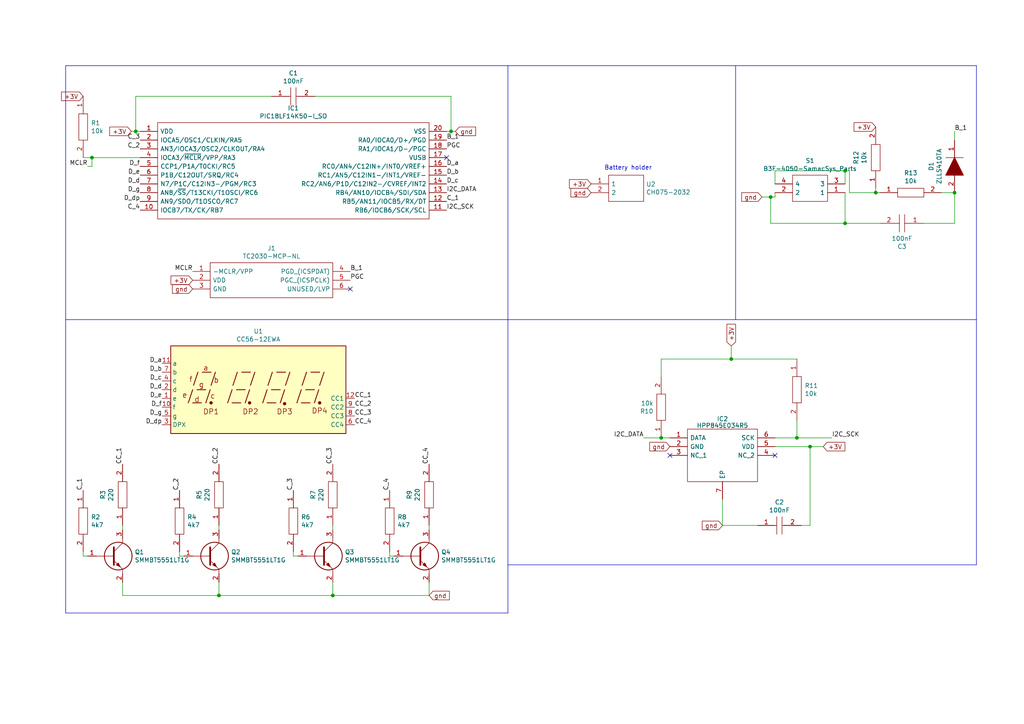
<source format=kicad_sch>
(kicad_sch (version 20230121) (generator eeschema)
  (paper "A4")
  (title_block (title "RHT Device") (date "2021-11-04") (rev "v0.1") (company "Making Devices") (comment 1 "https://makingdevices.com"))
  (lib_symbols
    (symbol "BytesCounter-rescue:PIC18LF14K50-I_SO-SamacSys_Parts" (pin_names (offset 0.762))
      (property "Reference" "IC" (at 85.09 7.62 0))
      (property "Value" "PIC18LF14K50-I_SO-SamacSys_Parts" (at 85.09 5.08 0))
      (symbol "PIC18LF14K50-I_SO-SamacSys_Parts_0_0"
        (pin passive line (at 0 0 0) (length 5.08) (name "VDD") (number "1"))
        (pin passive line (at 0 -22.86 0) (length 5.08) (name "IOCB7/TX/CK/RB7") (number "10"))
        (pin passive line (at 88.9 -22.86 180) (length 5.08) (name "RB6/IOCB6/SCK/SCL") (number "11"))
        (pin passive line (at 88.9 -20.32 180) (length 5.08) (name "RB5/AN11/IOCB5/RX/DT") (number "12"))
        (pin passive line (at 88.9 -17.78 180) (length 5.08) (name "RB4/AN10/IOCB4/SDI/SDA") (number "13"))
        (pin passive line (at 88.9 -15.24 180) (length 5.08) (name "RC2/AN6/P1D/C12IN2-/CVREF/INT2") (number "14"))
        (pin passive line (at 88.9 -12.7 180) (length 5.08) (name "RC1/AN5/C12IN1-/INT1/VREF-") (number "15"))
        (pin passive line (at 88.9 -10.16 180) (length 5.08) (name "RC0/AN4/C12IN+/INT0/VREF+") (number "16"))
        (pin passive line (at 88.9 -7.62 180) (length 5.08) (name "VUSB") (number "17"))
        (pin passive line (at 88.9 -5.08 180) (length 5.08) (name "RA1/IOCA1/D-/PGC") (number "18"))
        (pin passive line (at 88.9 -2.54 180) (length 5.08) (name "RA0/IOCA0/D+/PGD") (number "19"))
        (pin passive line (at 0 -2.54 0) (length 5.08) (name "IOCA5/OSC1/CLKIN/RA5") (number "2"))
        (pin passive line (at 88.9 0 180) (length 5.08) (name "VSS") (number "20"))
        (pin passive line (at 0 -5.08 0) (length 5.08) (name "AN3/IOCA3/OSC2/CLKOUT/RA4") (number "3"))
        (pin passive line (at 0 -7.62 0) (length 5.08) (name "IOCA3/~{MCLR}/VPP/RA3") (number "4"))
        (pin passive line (at 0 -10.16 0) (length 5.08) (name "CCP1/P1A/T0CKI/RC5") (number "5"))
        (pin passive line (at 0 -12.7 0) (length 5.08) (name "P1B/C12OUT/SRQ/RC4") (number "6"))
        (pin passive line (at 0 -15.24 0) (length 5.08) (name "N7/P1C/C12IN3-/PGM/RC3") (number "7"))
        (pin passive line (at 0 -17.78 0) (length 5.08) (name "AN8/~{SS}/T13CKI/T1OSCI/RC6") (number "8"))
        (pin passive line (at 0 -20.32 0) (length 5.08) (name "AN9/SDO/T1OSCO/RC7") (number "9"))
      )
      (symbol "PIC18LF14K50-I_SO-SamacSys_Parts_0_1"
        (polyline (pts (xy 5.08 2.54) (xy 83.82 2.54) (xy 83.82 -25.4) (xy 5.08 -25.4) (xy 5.08 2.54)) (stroke (width 0.1524)))
      )
    )
    (symbol "Display_Character:CC56-12EWA"
      (property "Reference" "U" (at -24.13 13.97 0))
      (property "Value" "CC56-12EWA" (at 19.05 13.97 0))
      (symbol "CC56-12EWA_0_0"
        (rectangle (start -25.4 12.7) (end 25.4 -12.7) (stroke (width 0.254)) (fill (type background)))
        (polyline (pts (xy -20.32 -3.81) (xy -19.05 0)) (stroke (width 0.254)))
        (polyline (pts (xy -19.05 -3.81) (xy -16.51 -3.81)) (stroke (width 0.254)))
        (polyline (pts (xy -18.796 1.27) (xy -17.526 5.08)) (stroke (width 0.254)))
        (polyline (pts (xy -17.78 0) (xy -15.24 0)) (stroke (width 0.254)))
        (polyline (pts (xy -16.256 5.08) (xy -13.716 5.08)) (stroke (width 0.254)))
        (polyline (pts (xy -15.24 -3.81) (xy -13.97 0)) (stroke (width 0.254)))
        (polyline (pts (xy -13.716 1.27) (xy -12.446 5.08)) (stroke (width 0.254)))
        (polyline (pts (xy -8.89 -3.81) (xy -7.62 0)) (stroke (width 0.254)))
        (polyline (pts (xy -7.62 -3.81) (xy -5.08 -3.81)) (stroke (width 0.254)))
        (polyline (pts (xy -7.366 1.27) (xy -6.096 5.08)) (stroke (width 0.254)))
        (polyline (pts (xy -6.35 0) (xy -3.81 0)) (stroke (width 0.254)))
        (polyline (pts (xy -4.826 5.08) (xy -2.286 5.08)) (stroke (width 0.254)))
        (polyline (pts (xy -3.81 -3.81) (xy -2.54 0)) (stroke (width 0.254)))
        (polyline (pts (xy -2.286 1.27) (xy -1.016 5.08)) (stroke (width 0.254)))
        (polyline (pts (xy 1.27 -3.81) (xy 2.54 0)) (stroke (width 0.254)))
        (polyline (pts (xy 2.54 -3.81) (xy 5.08 -3.81)) (stroke (width 0.254)))
        (polyline (pts (xy 2.794 1.27) (xy 4.064 5.08)) (stroke (width 0.254)))
        (polyline (pts (xy 3.81 0) (xy 6.35 0)) (stroke (width 0.254)))
        (polyline (pts (xy 5.334 5.08) (xy 7.874 5.08)) (stroke (width 0.254)))
        (polyline (pts (xy 6.35 -3.81) (xy 7.62 0)) (stroke (width 0.254)))
        (polyline (pts (xy 7.874 1.27) (xy 9.144 5.08)) (stroke (width 0.254)))
        (polyline (pts (xy 11.176 -3.81) (xy 12.446 0)) (stroke (width 0.254)))
        (polyline (pts (xy 12.446 -3.81) (xy 14.986 -3.81)) (stroke (width 0.254)))
        (polyline (pts (xy 12.7 1.27) (xy 13.97 5.08)) (stroke (width 0.254)))
        (polyline (pts (xy 13.716 0) (xy 16.256 0)) (stroke (width 0.254)))
        (polyline (pts (xy 15.24 5.08) (xy 17.78 5.08)) (stroke (width 0.254)))
        (polyline (pts (xy 16.256 -3.81) (xy 17.526 0)) (stroke (width 0.254)))
        (polyline (pts (xy 17.78 1.27) (xy 19.05 5.08)) (stroke (width 0.254)))
        (text "a" (at -15.24 6.35 0) (effects (font (size 1.524 1.524))))
        (text "b" (at -12.192 2.794 0) (effects (font (size 1.524 1.524))))
        (text "c" (at -13.208 -1.778 0) (effects (font (size 1.524 1.524))))
        (text "d" (at -17.78 -2.794 0) (effects (font (size 1.524 1.524))))
        (text "DP1" (at -13.716 -6.35 0) (effects (font (size 1.524 1.524))))
        (text "DP2" (at -2.286 -6.35 0) (effects (font (size 1.524 1.524))))
        (text "DP3" (at 7.62 -6.35 0) (effects (font (size 1.524 1.524))))
        (text "DP4" (at 17.78 -6.096 0) (effects (font (size 1.524 1.524))))
        (text "e" (at -21.336 -1.524 0) (effects (font (size 1.524 1.524))))
        (text "f" (at -19.558 3.048 0) (effects (font (size 1.524 1.524))))
        (text "g" (at -16.51 1.524 0) (effects (font (size 1.524 1.524))))
      )
      (symbol "CC56-12EWA_0_1"
        (circle (center -13.716 -3.81) (radius 0.3556) (stroke (width 0.254)) (fill (type outline)))
        (circle (center -2.54 -3.81) (radius 0.3556) (stroke (width 0.254)) (fill (type outline)))
      )
      (symbol "CC56-12EWA_1_0"
        (circle (center 7.62 -4.064) (radius 0.3556) (stroke (width 0.254)) (fill (type outline)))
        (circle (center 17.78 -3.81) (radius 0.3556) (stroke (width 0.254)) (fill (type outline)))
      )
      (symbol "CC56-12EWA_1_1"
        (pin input line (at -27.94 -2.54 0) (length 2.54) (name "e") (number "1"))
        (pin input line (at -27.94 -5.08 0) (length 2.54) (name "f") (number "10"))
        (pin input line (at -27.94 7.62 0) (length 2.54) (name "a") (number "11"))
        (pin input line (at 27.94 -2.54 180) (length 2.54) (name "CC1") (number "12"))
        (pin input line (at -27.94 0 0) (length 2.54) (name "d") (number "2"))
        (pin input line (at -27.94 -10.16 0) (length 2.54) (name "DPX") (number "3"))
        (pin input line (at -27.94 2.54 0) (length 2.54) (name "c") (number "4"))
        (pin input line (at -27.94 -7.62 0) (length 2.54) (name "g") (number "5"))
        (pin input line (at 27.94 -10.16 180) (length 2.54) (name "CC4") (number "6"))
        (pin input line (at -27.94 5.08 0) (length 2.54) (name "b") (number "7"))
        (pin input line (at 27.94 -7.62 180) (length 2.54) (name "CC3") (number "8"))
        (pin input line (at 27.94 -5.08 180) (length 2.54) (name "CC2") (number "9"))
      )
    )
    (symbol "Library_Loader:B3F-4050" (pin_names (offset 0.762))
      (property "Reference" "S" (at 16.51 7.62 0))
      (property "Value" "B3F-4050" (at 16.51 5.08 0))
      (symbol "B3F-4050_0_0"
        (pin passive line (at 20.32 -2.54 180) (length 5.08) (name "1") (number "1"))
        (pin passive line (at 0 -2.54 0) (length 5.08) (name "2") (number "2"))
        (pin passive line (at 20.32 0 180) (length 5.08) (name "3") (number "3"))
        (pin passive line (at 0 0 0) (length 5.08) (name "4") (number "4"))
      )
      (symbol "B3F-4050_0_1"
        (polyline (pts (xy 5.08 2.54) (xy 15.24 2.54) (xy 15.24 -5.08) (xy 5.08 -5.08) (xy 5.08 2.54)) (stroke (width 0.1524)))
      )
    )
    (symbol "Library_Loader:C0805C475M8RACTU" (pin_names (offset 0.762))
      (property "Reference" "C" (at 8.89 6.35 0))
      (property "Value" "C0805C475M8RACTU" (at 8.89 3.81 0))
      (symbol "C0805C475M8RACTU_0_0"
        (pin passive line (at 0 0 0) (length 5.08) (name "~") (number "1"))
        (pin passive line (at 12.7 0 180) (length 5.08) (name "~") (number "2"))
      )
      (symbol "C0805C475M8RACTU_0_1"
        (polyline (pts (xy 5.08 0) (xy 5.588 0)) (stroke (width 0.1524)))
        (polyline (pts (xy 5.588 2.54) (xy 5.588 -2.54)) (stroke (width 0.1524)))
        (polyline (pts (xy 7.112 0) (xy 7.62 0)) (stroke (width 0.1524)))
        (polyline (pts (xy 7.112 2.54) (xy 7.112 -2.54)) (stroke (width 0.1524)))
      )
    )
    (symbol "Library_Loader:CH075-2032" (pin_names (offset 0.762))
      (property "Reference" "U" (at 16.51 7.62 0))
      (property "Value" "CH075-2032" (at 16.51 5.08 0))
      (symbol "CH075-2032_0_0"
        (pin passive line (at 0 0 0) (length 5.08) (name "1") (number "1"))
        (pin passive line (at 0 -2.54 0) (length 5.08) (name "2") (number "2"))
      )
      (symbol "CH075-2032_0_1"
        (polyline (pts (xy 5.08 2.54) (xy 15.24 2.54) (xy 15.24 -5.08) (xy 5.08 -5.08) (xy 5.08 2.54)) (stroke (width 0.1524)))
      )
    )
    (symbol "Library_Loader:ERJP6WF1303V" (pin_names (offset 0.762))
      (property "Reference" "R" (at 13.97 6.35 0))
      (property "Value" "ERJP6WF1303V" (at 13.97 3.81 0))
      (symbol "ERJP6WF1303V_0_0"
        (pin passive line (at 0 0 0) (length 5.08) (name "~") (number "1"))
        (pin passive line (at 17.78 0 180) (length 5.08) (name "~") (number "2"))
      )
      (symbol "ERJP6WF1303V_0_1"
        (polyline (pts (xy 5.08 1.27) (xy 12.7 1.27) (xy 12.7 -1.27) (xy 5.08 -1.27) (xy 5.08 1.27)) (stroke (width 0.1524)))
      )
    )
    (symbol "Library_Loader:SMMBT5551LT1G" (pin_names (offset 0.762))
      (property "Reference" "Q" (at 13.97 1.27 0))
      (property "Value" "SMMBT5551LT1G" (at 13.97 -1.27 0))
      (symbol "SMMBT5551LT1G_0_0"
        (pin passive line (at 0 0 0) (length 2.54) (name "~") (number "1"))
        (pin passive line (at 10.16 -7.62 90) (length 2.54) (name "~") (number "2"))
        (pin passive line (at 10.16 7.62 270) (length 2.54) (name "~") (number "3"))
      )
      (symbol "SMMBT5551LT1G_0_1"
        (polyline (pts (xy 2.54 0) (xy 7.62 0)) (stroke (width 0.1524)))
        (polyline (pts (xy 7.62 -1.27) (xy 10.16 -3.81)) (stroke (width 0.1524)))
        (polyline (pts (xy 7.62 1.27) (xy 10.16 3.81)) (stroke (width 0.1524)))
        (polyline (pts (xy 7.62 2.54) (xy 7.62 -2.54)) (stroke (width 0.508)))
        (polyline (pts (xy 10.16 -3.81) (xy 10.16 -5.08)) (stroke (width 0.1524)))
        (polyline (pts (xy 10.16 3.81) (xy 10.16 5.08)) (stroke (width 0.1524)))
        (polyline (pts (xy 8.382 -2.54) (xy 8.89 -2.032) (xy 9.398 -3.048) (xy 8.382 -2.54)) (stroke (width 0.254)) (fill (type outline)))
        (circle (center 8.89 0) (radius 4.0132) (stroke (width 0.254)))
      )
    )
    (symbol "Library_Loader:TC2030-MCP-NL" (pin_names (offset 0.762))
      (property "Reference" "J" (at 41.91 7.62 0))
      (property "Value" "TC2030-MCP-NL" (at 41.91 5.08 0))
      (symbol "TC2030-MCP-NL_0_0"
        (pin passive line (at 0 0 0) (length 5.08) (name "-MCLR/VPP") (number "1"))
        (pin passive line (at 0 -2.54 0) (length 5.08) (name "VDD") (number "2"))
        (pin passive line (at 0 -5.08 0) (length 5.08) (name "GND") (number "3"))
        (pin passive line (at 45.72 0 180) (length 5.08) (name "PGD_(ICSPDAT)") (number "4"))
        (pin passive line (at 45.72 -2.54 180) (length 5.08) (name "PGC_(ICSPCLK)") (number "5"))
        (pin passive line (at 45.72 -5.08 180) (length 5.08) (name "UNUSED/LVP") (number "6"))
      )
      (symbol "TC2030-MCP-NL_0_1"
        (polyline (pts (xy 5.08 2.54) (xy 40.64 2.54) (xy 40.64 -7.62) (xy 5.08 -7.62) (xy 5.08 2.54)) (stroke (width 0.1524)))
      )
    )
    (symbol "Library_Loader:ZLLS410TA" (pin_names (offset 0.762))
      (property "Reference" "D" (at 11.43 5.08 0))
      (property "Value" "ZLLS410TA" (at 11.43 2.54 0))
      (symbol "ZLLS410TA_0_0"
        (pin passive line (at 0 0 0) (length 5.08) (name "~") (number "1"))
        (pin passive line (at 15.24 0 180) (length 5.08) (name "~") (number "2"))
      )
      (symbol "ZLLS410TA_0_1"
        (polyline (pts (xy 5.08 2.54) (xy 5.08 -2.54)) (stroke (width 0.1524)))
        (polyline (pts (xy 5.08 0) (xy 10.16 2.54) (xy 10.16 -2.54) (xy 5.08 0)) (stroke (width 0.254)) (fill (type outline)))
      )
    )
    (symbol "SamacSys_Parts:HPP845E034R5" (pin_names (offset 0.762))
      (property "Reference" "IC" (at 26.67 7.62 0))
      (property "Value" "HPP845E034R5" (at 26.67 5.08 0))
      (symbol "HPP845E034R5_0_0"
        (pin passive line (at 0 0 0) (length 5.08) (name "DATA") (number "1"))
        (pin passive line (at 0 -2.54 0) (length 5.08) (name "GND") (number "2"))
        (pin passive line (at 0 -5.08 0) (length 5.08) (name "NC_1") (number "3"))
        (pin passive line (at 30.48 -5.08 180) (length 5.08) (name "NC_2") (number "4"))
        (pin passive line (at 30.48 -2.54 180) (length 5.08) (name "VDD") (number "5"))
        (pin passive line (at 30.48 0 180) (length 5.08) (name "SCK") (number "6"))
        (pin passive line (at 15.24 -17.78 90) (length 5.08) (name "EP") (number "7"))
      )
      (symbol "HPP845E034R5_0_1"
        (polyline (pts (xy 5.08 2.54) (xy 25.4 2.54) (xy 25.4 -12.7) (xy 5.08 -12.7) (xy 5.08 2.54)) (stroke (width 0.1524)))
      )
    )
  )
  (junction (at 26.67 45.72))
  (junction (at 245.11 49.53))
  (junction (at 276.86 55.88))
  (junction (at 130.81 38.1))
  (junction (at 245.11 64.77))
  (junction (at 212.09 104.14))
  (junction (at 63.5 172.72))
  (junction (at 191.77 127))
  (junction (at 39.37 38.1))
  (junction (at 223.52 57.15))
  (junction (at 234.95 129.54))
  (junction (at 231.14 127))
  (junction (at 96.52 172.72))
  (junction (at 254 55.88))
  (no_connect (at 101.6 83.82))
  (no_connect (at 129.54 45.72))
  (no_connect (at 194.31 132.08))
  (no_connect (at 224.79 132.08))
  (wire (pts (xy 267.97 64.77) (xy 276.86 64.77)))
  (wire (pts (xy 246.38 49.53) (xy 245.11 49.53)))
  (wire (pts (xy 130.81 27.94) (xy 91.44 27.94)))
  (polyline (pts (xy 283.21 163.83) (xy 147.32 163.83)))
  (wire (pts (xy 246.38 55.88) (xy 246.38 49.53)))
  (polyline (pts (xy 19.05 19.05) (xy 19.05 177.8)))
  (wire (pts (xy 53.34 161.29) (xy 52.07 161.29)))
  (wire (pts (xy 35.56 153.67) (xy 35.56 152.4)))
  (wire (pts (xy 63.5 172.72) (xy 96.52 172.72)))
  (wire (pts (xy 130.81 38.1) (xy 130.81 27.94)))
  (wire (pts (xy 232.41 152.4) (xy 234.95 152.4)))
  (polyline (pts (xy 19.05 92.71) (xy 283.21 92.71)))
  (wire (pts (xy 231.14 127) (xy 231.14 121.92)))
  (wire (pts (xy 223.52 64.77) (xy 223.52 57.15)))
  (wire (pts (xy 113.03 161.29) (xy 113.03 160.02)))
  (polyline (pts (xy 147.32 177.8) (xy 19.05 177.8)))
  (wire (pts (xy 234.95 129.54) (xy 224.79 129.54)))
  (wire (pts (xy 241.3 127) (xy 231.14 127)))
  (wire (pts (xy 212.09 104.14) (xy 191.77 104.14)))
  (wire (pts (xy 209.55 144.78) (xy 209.55 152.4)))
  (wire (pts (xy 132.08 38.1) (xy 130.81 38.1)))
  (wire (pts (xy 224.79 57.15) (xy 223.52 57.15)))
  (wire (pts (xy 25.4 48.26) (xy 26.67 48.26)))
  (wire (pts (xy 39.37 38.1) (xy 40.64 38.1)))
  (wire (pts (xy 39.37 27.94) (xy 39.37 38.1)))
  (wire (pts (xy 114.3 161.29) (xy 113.03 161.29)))
  (wire (pts (xy 231.14 104.14) (xy 212.09 104.14)))
  (wire (pts (xy 245.11 64.77) (xy 223.52 64.77)))
  (wire (pts (xy 86.36 161.29) (xy 85.09 161.29)))
  (wire (pts (xy 130.81 38.1) (xy 129.54 38.1)))
  (wire (pts (xy 255.27 55.88) (xy 254 55.88)))
  (wire (pts (xy 224.79 55.88) (xy 224.79 57.15)))
  (wire (pts (xy 26.67 48.26) (xy 26.67 45.72)))
  (wire (pts (xy 24.13 161.29) (xy 24.13 160.02)))
  (wire (pts (xy 35.56 168.91) (xy 35.56 172.72)))
  (wire (pts (xy 124.46 172.72) (xy 124.46 168.91)))
  (wire (pts (xy 276.86 64.77) (xy 276.86 55.88)))
  (wire (pts (xy 234.95 152.4) (xy 234.95 129.54)))
  (wire (pts (xy 24.13 45.72) (xy 26.67 45.72)))
  (wire (pts (xy 26.67 45.72) (xy 40.64 45.72)))
  (wire (pts (xy 234.95 129.54) (xy 238.76 129.54)))
  (wire (pts (xy 219.71 152.4) (xy 209.55 152.4)))
  (wire (pts (xy 191.77 104.14) (xy 191.77 109.22)))
  (wire (pts (xy 96.52 153.67) (xy 96.52 152.4)))
  (wire (pts (xy 38.1 38.1) (xy 39.37 38.1)))
  (wire (pts (xy 96.52 172.72) (xy 124.46 172.72)))
  (wire (pts (xy 25.4 161.29) (xy 24.13 161.29)))
  (wire (pts (xy 224.79 49.53) (xy 245.11 49.53)))
  (wire (pts (xy 63.5 168.91) (xy 63.5 172.72)))
  (wire (pts (xy 254 54.61) (xy 254 55.88)))
  (wire (pts (xy 224.79 53.34) (xy 224.79 49.53)))
  (wire (pts (xy 245.11 49.53) (xy 245.11 53.34)))
  (polyline (pts (xy 147.32 19.05) (xy 147.32 177.8)))
  (wire (pts (xy 245.11 55.88) (xy 245.11 64.77)))
  (wire (pts (xy 276.86 38.1) (xy 276.86 40.64)))
  (wire (pts (xy 276.86 55.88) (xy 273.05 55.88)))
  (wire (pts (xy 124.46 153.67) (xy 124.46 152.4)))
  (wire (pts (xy 255.27 64.77) (xy 245.11 64.77)))
  (wire (pts (xy 212.09 100.33) (xy 212.09 104.14)))
  (wire (pts (xy 85.09 161.29) (xy 85.09 160.02)))
  (wire (pts (xy 254 55.88) (xy 246.38 55.88)))
  (wire (pts (xy 52.07 161.29) (xy 52.07 160.02)))
  (polyline (pts (xy 283.21 19.05) (xy 283.21 163.83)))
  (polyline (pts (xy 19.05 19.05) (xy 283.21 19.05)))
  (wire (pts (xy 78.74 27.94) (xy 39.37 27.94)))
  (wire (pts (xy 194.31 127) (xy 191.77 127)))
  (polyline (pts (xy 213.36 19.05) (xy 213.36 92.71)))
  (wire (pts (xy 223.52 57.15) (xy 220.98 57.15)))
  (wire (pts (xy 96.52 168.91) (xy 96.52 172.72)))
  (wire (pts (xy 63.5 153.67) (xy 63.5 152.4)))
  (wire (pts (xy 35.56 172.72) (xy 63.5 172.72)))
  (wire (pts (xy 231.14 127) (xy 224.79 127)))
  (wire (pts (xy 186.69 127) (xy 191.77 127)))
  (text "Battery holder" (at 175.26 49.53 0) (effects (font (size 1.27 1.27)) (justify left bottom)))
  (label "D_a" (at 129.54 48.26 0))
  (label "C_3" (at 40.64 40.64 180))
  (label "CC_2" (at 102.87 118.11 0))
  (label "D_b" (at 129.54 50.8 0))
  (label "B_1" (at 129.54 40.64 0))
  (label "C_4" (at 40.64 60.96 180))
  (label "I2C_DATA" (at 186.69 127 180))
  (label "CC_2" (at 63.5 134.62 90))
  (label "C_2" (at 52.07 142.24 90))
  (label "C_1" (at 24.13 142.24 90))
  (label "I2C_DATA" (at 129.54 55.88 0))
  (label "C_2" (at 40.64 43.18 180))
  (label "C_3" (at 85.09 142.24 90))
  (label "D_c" (at 129.54 53.34 0))
  (label "D_c" (at 46.99 110.49 180))
  (label "D_g" (at 40.64 55.88 180))
  (label "D_g" (at 46.99 120.65 180))
  (label "C_1" (at 129.54 58.42 0))
  (label "CC_4" (at 124.46 134.62 90))
  (label "MCLR" (at 55.88 78.74 180))
  (label "CC_4" (at 102.87 123.19 0))
  (label "MCLR" (at 25.4 48.26 180))
  (label "CC_3" (at 96.52 134.62 90))
  (label "D_f" (at 46.99 118.11 180))
  (label "CC_1" (at 35.56 134.62 90))
  (label "PGC" (at 129.54 43.18 0))
  (label "D_e" (at 46.99 115.57 180))
  (label "CC_1" (at 102.87 115.57 0))
  (label "D_d" (at 40.64 53.34 180))
  (label "I2C_SCK" (at 241.3 127 0))
  (label "D_dp" (at 40.64 58.42 180))
  (label "D_d" (at 46.99 113.03 180))
  (label "D_b" (at 46.99 107.95 180))
  (label "I2C_SCK" (at 129.54 60.96 0))
  (label "B_1" (at 276.86 38.1 0))
  (label "D_dp" (at 46.99 123.19 180))
  (label "D_a" (at 46.99 105.41 180))
  (label "D_f" (at 40.64 48.26 180))
  (label "B_1" (at 101.6 78.74 0))
  (label "PGC" (at 101.6 81.28 0))
  (label "D_e" (at 40.64 50.8 180))
  (label "C_4" (at 113.03 142.24 90))
  (label "CC_3" (at 102.87 120.65 0))
  (global_label "gnd" (shape input) (at 220.98 57.15 180) (property "Intersheetrefs" "${INTERSHEET_REFS}" (effects hide)))
  (global_label "gnd" (shape input) (at 124.46 172.72 0) (property "Intersheetrefs" "${INTERSHEET_REFS}" (effects hide)))
  (global_label "gnd" (shape input) (at 194.31 129.54 180) (property "Intersheetrefs" "${INTERSHEET_REFS}" (effects hide)))
  (global_label "gnd" (shape input) (at 132.08 38.1 0) (property "Intersheetrefs" "${INTERSHEET_REFS}" (effects hide)))
  (global_label "+3V" (shape input) (at 55.88 81.28 180) (property "Intersheetrefs" "${INTERSHEET_REFS}" (effects hide)))
  (global_label "+3V" (shape input) (at 24.13 27.94 180) (property "Intersheetrefs" "${INTERSHEET_REFS}" (effects hide)))
  (global_label "gnd" (shape input) (at 171.45 55.88 180) (property "Intersheetrefs" "${INTERSHEET_REFS}" (effects hide)))
  (global_label "gnd" (shape input) (at 55.88 83.82 180) (property "Intersheetrefs" "${INTERSHEET_REFS}" (effects hide)))
  (global_label "+3V" (shape input) (at 238.76 129.54 0) (property "Intersheetrefs" "${INTERSHEET_REFS}" (effects hide)))
  (global_label "+3V" (shape input) (at 254 36.83 180) (property "Intersheetrefs" "${INTERSHEET_REFS}" (effects hide)))
  (global_label "+3V" (shape input) (at 38.1 38.1 180) (property "Intersheetrefs" "${INTERSHEET_REFS}" (effects hide)))
  (global_label "+3V" (shape input) (at 212.09 100.33 90) (property "Intersheetrefs" "${INTERSHEET_REFS}" (effects hide)))
  (global_label "+3V" (shape input) (at 171.45 53.34 180) (property "Intersheetrefs" "${INTERSHEET_REFS}" (effects hide)))
  (global_label "gnd" (shape input) (at 209.55 152.4 180) (property "Intersheetrefs" "${INTERSHEET_REFS}" (effects hide)))
  (symbol (lib_id "BytesCounter-rescue:PIC18LF14K50-I_SO-SamacSys_Parts") (at 40.64 38.1 0) (unit 1)
    (property "Reference" "IC1" (at 85.09 31.369 0))
    (property "Value" "PIC18LF14K50-I_SO" (at 85.09 33.6804 0))
    (property "Footprint" "Package_SO:SSOP-20_5.3x7.2mm_P0.65mm" (effects hide))
    (property "Datasheet" "http://uk.rs-online.com/web/p/products/6669239P" (effects hide))
    (property "Description" "MCU 16K Flash 768 RAM USB 2.0 SOIC20" (effects hide))
    (property "Height" "2.65" (effects hide))
    (property "RS Part Number" "6669239P" (effects hide))
    (property "RS Price/Stock" "http://uk.rs-online.com/web/p/products/6669239P" (effects hide))
    (property "Manufacturer_Name" "Microchip" (effects hide))
    (property "Manufacturer_Part_Number" "PIC18LF14K50-I/SO" (effects hide))
    (property "Allied_Number" "70047097" (effects hide))
  )
  (symbol (lib_id "Library_Loader:CH075-2032") (at 171.45 53.34 0) (unit 1)
    (property "Reference" "U2" (at 187.4012 53.4416 0) (effects (justify left)))
    (property "Value" "CH075-2032" (at 187.4012 55.753 0) (effects (justify left)))
    (property "Footprint" "CH0752032" (effects hide))
    (property "Description" "RS Pro Battery Holder" (effects hide))
    (property "Height" "6.6" (effects hide))
    (property "Manufacturer_Name" "RS Components" (effects hide))
    (property "Manufacturer_Part_Number" "CH075-2032" (effects hide))
  )
  (symbol (lib_id "Library_Loader:ERJP6WF1303V") (at 35.56 152.4 90) (unit 1)
    (property "Reference" "R3" (at 29.845 143.51 0))
    (property "Value" "220" (at 32.1564 143.51 0))
    (property "Footprint" "RESC2012X75N" (effects hide))
    (property "Datasheet" "http://uk.rs-online.com/web/p/products/7708607P" (effects hide))
    (property "Description" "Panasonic ERJP6W Series Thick Film Surface Mount Fixed Resistor 0805 Case 130k +/-1% 0.5W +/-200ppm/C" (effects hide))
    (property "Height" "0.75" (effects hide))
    (property "RS Part Number" "7708607P" (effects hide))
    (property "RS Price/Stock" "http://uk.rs-online.com/web/p/products/7708607P" (effects hide))
    (property "Manufacturer_Name" "Panasonic" (effects hide))
    (property "Manufacturer_Part_Number" "ERJP6WF1303V" (effects hide))
  )
  (symbol (lib_id "Library_Loader:ERJP6WF1303V") (at 63.5 152.4 90) (unit 1)
    (property "Reference" "R5" (at 57.785 143.51 0))
    (property "Value" "220" (at 60.0964 143.51 0))
    (property "Footprint" "RESC2012X75N" (effects hide))
    (property "Datasheet" "http://uk.rs-online.com/web/p/products/7708607P" (effects hide))
    (property "Description" "Panasonic ERJP6W Series Thick Film Surface Mount Fixed Resistor 0805 Case 130k +/-1% 0.5W +/-200ppm/C" (effects hide))
    (property "Height" "0.75" (effects hide))
    (property "RS Part Number" "7708607P" (effects hide))
    (property "RS Price/Stock" "http://uk.rs-online.com/web/p/products/7708607P" (effects hide))
    (property "Manufacturer_Name" "Panasonic" (effects hide))
    (property "Manufacturer_Part_Number" "ERJP6WF1303V" (effects hide))
  )
  (symbol (lib_id "Library_Loader:ERJP6WF1303V") (at 96.52 152.4 90) (unit 1)
    (property "Reference" "R7" (at 90.805 143.51 0))
    (property "Value" "220" (at 93.1164 143.51 0))
    (property "Footprint" "RESC2012X75N" (effects hide))
    (property "Datasheet" "http://uk.rs-online.com/web/p/products/7708607P" (effects hide))
    (property "Description" "Panasonic ERJP6W Series Thick Film Surface Mount Fixed Resistor 0805 Case 130k +/-1% 0.5W +/-200ppm/C" (effects hide))
    (property "Height" "0.75" (effects hide))
    (property "RS Part Number" "7708607P" (effects hide))
    (property "RS Price/Stock" "http://uk.rs-online.com/web/p/products/7708607P" (effects hide))
    (property "Manufacturer_Name" "Panasonic" (effects hide))
    (property "Manufacturer_Part_Number" "ERJP6WF1303V" (effects hide))
  )
  (symbol (lib_id "Library_Loader:ERJP6WF1303V") (at 124.46 152.4 90) (unit 1)
    (property "Reference" "R9" (at 118.745 143.51 0))
    (property "Value" "220" (at 121.0564 143.51 0))
    (property "Footprint" "RESC2012X75N" (effects hide))
    (property "Datasheet" "http://uk.rs-online.com/web/p/products/7708607P" (effects hide))
    (property "Description" "Panasonic ERJP6W Series Thick Film Surface Mount Fixed Resistor 0805 Case 130k +/-1% 0.5W +/-200ppm/C" (effects hide))
    (property "Height" "0.75" (effects hide))
    (property "RS Part Number" "7708607P" (effects hide))
    (property "RS Price/Stock" "http://uk.rs-online.com/web/p/products/7708607P" (effects hide))
    (property "Manufacturer_Name" "Panasonic" (effects hide))
    (property "Manufacturer_Part_Number" "ERJP6WF1303V" (effects hide))
  )
  (symbol (lib_id "Library_Loader:ERJP6WF1303V") (at 113.03 142.24 270) (unit 1)
    (property "Reference" "R8" (at 115.2652 149.9616 90) (effects (justify left)))
    (property "Value" "4k7" (at 115.2652 152.273 90) (effects (justify left)))
    (property "Footprint" "RESC2012X75N" (effects hide))
    (property "Datasheet" "http://uk.rs-online.com/web/p/products/7708607P" (effects hide))
    (property "Description" "Panasonic ERJP6W Series Thick Film Surface Mount Fixed Resistor 0805 Case 130k +/-1% 0.5W +/-200ppm/C" (effects hide))
    (property "Height" "0.75" (effects hide))
    (property "RS Part Number" "7708607P" (effects hide))
    (property "RS Price/Stock" "http://uk.rs-online.com/web/p/products/7708607P" (effects hide))
    (property "Manufacturer_Name" "Panasonic" (effects hide))
    (property "Manufacturer_Part_Number" "ERJP6WF1303V" (effects hide))
  )
  (symbol (lib_id "Library_Loader:ERJP6WF1303V") (at 85.09 142.24 270) (unit 1)
    (property "Reference" "R6" (at 87.3252 149.9616 90) (effects (justify left)))
    (property "Value" "4k7" (at 87.3252 152.273 90) (effects (justify left)))
    (property "Footprint" "RESC2012X75N" (effects hide))
    (property "Datasheet" "http://uk.rs-online.com/web/p/products/7708607P" (effects hide))
    (property "Description" "Panasonic ERJP6W Series Thick Film Surface Mount Fixed Resistor 0805 Case 130k +/-1% 0.5W +/-200ppm/C" (effects hide))
    (property "Height" "0.75" (effects hide))
    (property "RS Part Number" "7708607P" (effects hide))
    (property "RS Price/Stock" "http://uk.rs-online.com/web/p/products/7708607P" (effects hide))
    (property "Manufacturer_Name" "Panasonic" (effects hide))
    (property "Manufacturer_Part_Number" "ERJP6WF1303V" (effects hide))
  )
  (symbol (lib_id "Display_Character:CC56-12EWA") (at 74.93 113.03 0) (unit 1)
    (property "Reference" "U1" (at 74.93 96.0882 0))
    (property "Value" "CC56-12EWA" (at 74.93 98.3996 0))
    (property "Footprint" "Display_7Segment:CA56-12EWA" (effects hide))
    (property "Datasheet" "http://www.kingbrightusa.com/images/catalog/SPEC/CA56-12EWA.pdf" (effects hide))
  )
  (symbol (lib_id "Library_Loader:ERJP6WF1303V") (at 52.07 142.24 270) (unit 1)
    (property "Reference" "R4" (at 54.3052 149.9616 90) (effects (justify left)))
    (property "Value" "4k7" (at 54.3052 152.273 90) (effects (justify left)))
    (property "Footprint" "RESC2012X75N" (effects hide))
    (property "Datasheet" "http://uk.rs-online.com/web/p/products/7708607P" (effects hide))
    (property "Description" "Panasonic ERJP6W Series Thick Film Surface Mount Fixed Resistor 0805 Case 130k +/-1% 0.5W +/-200ppm/C" (effects hide))
    (property "Height" "0.75" (effects hide))
    (property "RS Part Number" "7708607P" (effects hide))
    (property "RS Price/Stock" "http://uk.rs-online.com/web/p/products/7708607P" (effects hide))
    (property "Manufacturer_Name" "Panasonic" (effects hide))
    (property "Manufacturer_Part_Number" "ERJP6WF1303V" (effects hide))
  )
  (symbol (lib_id "Library_Loader:ERJP6WF1303V") (at 24.13 142.24 270) (unit 1)
    (property "Reference" "R2" (at 26.3652 149.9616 90) (effects (justify left)))
    (property "Value" "4k7" (at 26.3652 152.273 90) (effects (justify left)))
    (property "Footprint" "RESC2012X75N" (effects hide))
    (property "Datasheet" "http://uk.rs-online.com/web/p/products/7708607P" (effects hide))
    (property "Description" "Panasonic ERJP6W Series Thick Film Surface Mount Fixed Resistor 0805 Case 130k +/-1% 0.5W +/-200ppm/C" (effects hide))
    (property "Height" "0.75" (effects hide))
    (property "RS Part Number" "7708607P" (effects hide))
    (property "RS Price/Stock" "http://uk.rs-online.com/web/p/products/7708607P" (effects hide))
    (property "Manufacturer_Name" "Panasonic" (effects hide))
    (property "Manufacturer_Part_Number" "ERJP6WF1303V" (effects hide))
  )
  (symbol (lib_id "Library_Loader:ERJP6WF1303V") (at 24.13 27.94 270) (unit 1)
    (property "Reference" "R1" (at 26.3652 35.6616 90) (effects (justify left)))
    (property "Value" "10k" (at 26.3652 37.973 90) (effects (justify left)))
    (property "Footprint" "RESC2012X75N" (effects hide))
    (property "Datasheet" "http://uk.rs-online.com/web/p/products/7708607P" (effects hide))
    (property "Description" "Panasonic ERJP6W Series Thick Film Surface Mount Fixed Resistor 0805 Case 130k +/-1% 0.5W +/-200ppm/C" (effects hide))
    (property "Height" "0.75" (effects hide))
    (property "RS Part Number" "7708607P" (effects hide))
    (property "RS Price/Stock" "http://uk.rs-online.com/web/p/products/7708607P" (effects hide))
    (property "Manufacturer_Name" "Panasonic" (effects hide))
    (property "Manufacturer_Part_Number" "ERJP6WF1303V" (effects hide))
  )
  (symbol (lib_id "Library_Loader:B3F-4050") (at 224.79 53.34 0) (unit 1)
    (property "Reference" "S1" (at 234.95 46.609 0))
    (property "Value" "B3F-4050-SamacSys_Parts" (at 234.95 48.9204 0))
    (property "Footprint" "B3F4050" (effects hide))
    (property "Datasheet" "http://uk.rs-online.com/web/p/products/6866768P" (effects hide))
    (property "Description" "lvory Plunger Tactile Switch, SPST-NO 0.05 A@ 24 V dc 3mm" (effects hide))
    (property "Manufacturer_Name" "Omron Electronics" (effects hide))
    (property "Manufacturer_Part_Number" "B3F-4050" (effects hide))
    (property "Mouser Part Number" "653-B3F-4050" (effects hide))
    (property "Mouser Price/Stock" "https://www.mouser.com/Search/Refine.aspx?Keyword=653-B3F-4050" (effects hide))
    (property "RS Part Number" "6866768P" (effects hide))
    (property "RS Price/Stock" "http://uk.rs-online.com/web/p/products/6866768P" (effects hide))
    (property "Height" "7.5" (effects hide))
  )
  (symbol (lib_id "Library_Loader:ERJP6WF1303V") (at 254 54.61 90) (unit 1)
    (property "Reference" "R12" (at 248.285 45.72 0))
    (property "Value" "10k" (at 250.5964 45.72 0))
    (property "Footprint" "RESC2012X75N" (effects hide))
    (property "Datasheet" "http://uk.rs-online.com/web/p/products/7708607P" (effects hide))
    (property "Description" "Panasonic ERJP6W Series Thick Film Surface Mount Fixed Resistor 0805 Case 130k +/-1% 0.5W +/-200ppm/C" (effects hide))
    (property "Height" "0.75" (effects hide))
    (property "RS Part Number" "7708607P" (effects hide))
    (property "RS Price/Stock" "http://uk.rs-online.com/web/p/products/7708607P" (effects hide))
    (property "Manufacturer_Name" "Panasonic" (effects hide))
    (property "Manufacturer_Part_Number" "ERJP6WF1303V" (effects hide))
  )
  (symbol (lib_id "Library_Loader:ERJP6WF1303V") (at 255.27 55.88 0) (unit 1)
    (property "Reference" "R13" (at 264.16 50.165 0))
    (property "Value" "10k" (at 264.16 52.4764 0))
    (property "Footprint" "RESC2012X75N" (effects hide))
    (property "Datasheet" "http://uk.rs-online.com/web/p/products/7708607P" (effects hide))
    (property "Description" "Panasonic ERJP6W Series Thick Film Surface Mount Fixed Resistor 0805 Case 130k +/-1% 0.5W +/-200ppm/C" (effects hide))
    (property "Height" "0.75" (effects hide))
    (property "RS Part Number" "7708607P" (effects hide))
    (property "RS Price/Stock" "http://uk.rs-online.com/web/p/products/7708607P" (effects hide))
    (property "Manufacturer_Name" "Panasonic" (effects hide))
    (property "Manufacturer_Part_Number" "ERJP6WF1303V" (effects hide))
  )
  (symbol (lib_id "Library_Loader:SMMBT5551LT1G") (at 86.36 161.29 0) (unit 1)
    (property "Reference" "Q3" (at 100.0252 160.1216 0) (effects (justify left)))
    (property "Value" "SMMBT5551LT1G" (at 100.0252 162.433 0) (effects (justify left)))
    (property "Footprint" "SOT96P237X111-3N" (effects hide))
    (property "Datasheet" "http://uk.rs-online.com/web/p/products/1841498P" (effects hide))
    (property "Description" "NPN Bipolar Transistor, 600 mA 160 V, 3-pin SOT-23" (effects hide))
    (property "Height" "1.11" (effects hide))
    (property "RS Part Number" "1841498P" (effects hide))
    (property "RS Price/Stock" "http://uk.rs-online.com/web/p/products/1841498P" (effects hide))
    (property "Manufacturer_Name" "ON Semiconductor" (effects hide))
    (property "Manufacturer_Part_Number" "SMMBT5551LT1G" (effects hide))
    (property "Allied_Number" "70300580" (effects hide))
  )
  (symbol (lib_id "Library_Loader:C0805C475M8RACTU") (at 78.74 27.94 0) (unit 1)
    (property "Reference" "C1" (at 85.09 21.209 0))
    (property "Value" "100nF" (at 85.09 23.5204 0))
    (property "Footprint" "CAPC2012X140N" (effects hide))
    (property "Datasheet" "https://datasheet.datasheetarchive.com/originals/distributors/Datasheets-DGA8/2444426.pdf" (effects hide))
    (property "Description" "Cap Ceramic 4.7uF 10V X7R 20% Pad SMD 0805 125C T/R" (effects hide))
    (property "Height" "1.4" (effects hide))
    (property "Manufacturer_Name" "Kemet" (effects hide))
    (property "Manufacturer_Part_Number" "C0805C475M8RACTU" (effects hide))
  )
  (symbol (lib_id "Library_Loader:SMMBT5551LT1G") (at 53.34 161.29 0) (unit 1)
    (property "Reference" "Q2" (at 67.0052 160.1216 0) (effects (justify left)))
    (property "Value" "SMMBT5551LT1G" (at 67.0052 162.433 0) (effects (justify left)))
    (property "Footprint" "SOT96P237X111-3N" (effects hide))
    (property "Datasheet" "http://uk.rs-online.com/web/p/products/1841498P" (effects hide))
    (property "Description" "NPN Bipolar Transistor, 600 mA 160 V, 3-pin SOT-23" (effects hide))
    (property "Height" "1.11" (effects hide))
    (property "RS Part Number" "1841498P" (effects hide))
    (property "RS Price/Stock" "http://uk.rs-online.com/web/p/products/1841498P" (effects hide))
    (property "Manufacturer_Name" "ON Semiconductor" (effects hide))
    (property "Manufacturer_Part_Number" "SMMBT5551LT1G" (effects hide))
    (property "Allied_Number" "70300580" (effects hide))
  )
  (symbol (lib_id "Library_Loader:C0805C475M8RACTU") (at 267.97 64.77 180) (unit 1)
    (property "Reference" "C3" (at 261.62 71.501 0))
    (property "Value" "100nF" (at 261.62 69.1896 0))
    (property "Footprint" "CAPC2012X140N" (effects hide))
    (property "Datasheet" "https://datasheet.datasheetarchive.com/originals/distributors/Datasheets-DGA8/2444426.pdf" (effects hide))
    (property "Description" "Cap Ceramic 4.7uF 10V X7R 20% Pad SMD 0805 125C T/R" (effects hide))
    (property "Height" "1.4" (effects hide))
    (property "Manufacturer_Name" "Kemet" (effects hide))
    (property "Manufacturer_Part_Number" "C0805C475M8RACTU" (effects hide))
  )
  (symbol (lib_id "Library_Loader:SMMBT5551LT1G") (at 114.3 161.29 0) (unit 1)
    (property "Reference" "Q4" (at 127.9652 160.1216 0) (effects (justify left)))
    (property "Value" "SMMBT5551LT1G" (at 127.9652 162.433 0) (effects (justify left)))
    (property "Footprint" "SOT96P237X111-3N" (effects hide))
    (property "Datasheet" "http://uk.rs-online.com/web/p/products/1841498P" (effects hide))
    (property "Description" "NPN Bipolar Transistor, 600 mA 160 V, 3-pin SOT-23" (effects hide))
    (property "Height" "1.11" (effects hide))
    (property "RS Part Number" "1841498P" (effects hide))
    (property "RS Price/Stock" "http://uk.rs-online.com/web/p/products/1841498P" (effects hide))
    (property "Manufacturer_Name" "ON Semiconductor" (effects hide))
    (property "Manufacturer_Part_Number" "SMMBT5551LT1G" (effects hide))
    (property "Allied_Number" "70300580" (effects hide))
  )
  (symbol (lib_id "Library_Loader:SMMBT5551LT1G") (at 25.4 161.29 0) (unit 1)
    (property "Reference" "Q1" (at 39.0652 160.1216 0) (effects (justify left)))
    (property "Value" "SMMBT5551LT1G" (at 39.0652 162.433 0) (effects (justify left)))
    (property "Footprint" "SOT96P237X111-3N" (effects hide))
    (property "Datasheet" "http://uk.rs-online.com/web/p/products/1841498P" (effects hide))
    (property "Description" "NPN Bipolar Transistor, 600 mA 160 V, 3-pin SOT-23" (effects hide))
    (property "Height" "1.11" (effects hide))
    (property "RS Part Number" "1841498P" (effects hide))
    (property "RS Price/Stock" "http://uk.rs-online.com/web/p/products/1841498P" (effects hide))
    (property "Manufacturer_Name" "ON Semiconductor" (effects hide))
    (property "Manufacturer_Part_Number" "SMMBT5551LT1G" (effects hide))
    (property "Allied_Number" "70300580" (effects hide))
  )
  (symbol (lib_id "Library_Loader:ZLLS410TA") (at 276.86 40.64 270) (unit 1)
    (property "Reference" "D1" (at 270.0782 48.26 0))
    (property "Value" "ZLLS410TA" (at 272.3896 48.26 0))
    (property "Footprint" "SOD2513X120N" (effects hide))
    (property "Datasheet" "http://uk.rs-online.com/web/p/products/7515203P" (effects hide))
    (property "Description" "Diodes Inc ZLLS410TA, SMT Schottky Diode, 10V 750mA, 3ns, 2-Pin SOD-323" (effects hide))
    (property "Height" "1.2" (effects hide))
    (property "RS Part Number" "7515203P" (effects hide))
    (property "RS Price/Stock" "http://uk.rs-online.com/web/p/products/7515203P" (effects hide))
    (property "Manufacturer_Name" "Diodes Inc." (effects hide))
    (property "Manufacturer_Part_Number" "ZLLS410TA" (effects hide))
  )
  (symbol (lib_id "Library_Loader:TC2030-MCP-NL") (at 55.88 78.74 0) (unit 1)
    (property "Reference" "J1" (at 78.74 72.009 0))
    (property "Value" "TC2030-MCP-NL" (at 78.74 74.3204 0))
    (property "Footprint" "TC2030-MCP-NL" (effects hide))
    (property "Datasheet" "http://uk.rs-online.com/web/p/products/8252561" (effects hide))
    (property "Description" "TC2030-MCP-NL PCB Footprint (no legs)" (effects hide))
    (property "RS Part Number" "8252561" (effects hide))
    (property "RS Price/Stock" "http://uk.rs-online.com/web/p/products/8252561" (effects hide))
    (property "Manufacturer_Name" "Microchip" (effects hide))
    (property "Manufacturer_Part_Number" "TC2030-MCP-NL" (effects hide))
  )
  (symbol (lib_id "Library_Loader:C0805C475M8RACTU") (at 219.71 152.4 0) (unit 1)
    (property "Reference" "C2" (at 226.06 145.669 0))
    (property "Value" "100nF" (at 226.06 147.9804 0))
    (property "Footprint" "CAPC2012X140N" (effects hide))
    (property "Datasheet" "https://datasheet.datasheetarchive.com/originals/distributors/Datasheets-DGA8/2444426.pdf" (effects hide))
    (property "Description" "Cap Ceramic 4.7uF 10V X7R 20% Pad SMD 0805 125C T/R" (effects hide))
    (property "Height" "1.4" (effects hide))
    (property "Manufacturer_Name" "Kemet" (effects hide))
    (property "Manufacturer_Part_Number" "C0805C475M8RACTU" (effects hide))
  )
  (symbol (lib_id "Library_Loader:ERJP6WF1303V") (at 231.14 104.14 270) (unit 1)
    (property "Reference" "R11" (at 233.3752 111.8616 90) (effects (justify left)))
    (property "Value" "10k" (at 233.3752 114.173 90) (effects (justify left)))
    (property "Footprint" "RESC2012X75N" (effects hide))
    (property "Datasheet" "http://uk.rs-online.com/web/p/products/7708607P" (effects hide))
    (property "Description" "Panasonic ERJP6W Series Thick Film Surface Mount Fixed Resistor 0805 Case 130k +/-1% 0.5W +/-200ppm/C" (effects hide))
    (property "Height" "0.75" (effects hide))
    (property "RS Part Number" "7708607P" (effects hide))
    (property "RS Price/Stock" "http://uk.rs-online.com/web/p/products/7708607P" (effects hide))
    (property "Manufacturer_Name" "Panasonic" (effects hide))
    (property "Manufacturer_Part_Number" "ERJP6WF1303V" (effects hide))
  )
  (symbol (lib_id "Library_Loader:ERJP6WF1303V") (at 191.77 127 90) (unit 1)
    (property "Reference" "R10" (at 189.5348 119.2784 90) (effects (justify left)))
    (property "Value" "10k" (at 189.5348 116.967 90) (effects (justify left)))
    (property "Footprint" "RESC2012X75N" (effects hide))
    (property "Datasheet" "http://uk.rs-online.com/web/p/products/7708607P" (effects hide))
    (property "Description" "Panasonic ERJP6W Series Thick Film Surface Mount Fixed Resistor 0805 Case 130k +/-1% 0.5W +/-200ppm/C" (effects hide))
    (property "Height" "0.75" (effects hide))
    (property "RS Part Number" "7708607P" (effects hide))
    (property "RS Price/Stock" "http://uk.rs-online.com/web/p/products/7708607P" (effects hide))
    (property "Manufacturer_Name" "Panasonic" (effects hide))
    (property "Manufacturer_Part_Number" "ERJP6WF1303V" (effects hide))
  )
  (symbol (lib_id "SamacSys_Parts:HPP845E034R5") (at 194.31 127 0) (unit 1)
    (property "Reference" "IC2" (at 209.55 121.5009 0))
    (property "Value" "HPP845E034R5" (at 209.55 123.4219 0))
    (property "Footprint" "SON100P300X300X100-7N" (effects hide))
    (property "Datasheet" "https://www.te.com/commerce/DocumentDelivery/DDEController?Action=showdoc&DocId=Data+Sheet%7FHPC202%7F7%7Fpdf%7FEnglish%7FENG_DS_HPC202_7.pdf%7FHPP845E034R5" (effects hide))
    (property "Description" "SENSOR SOLUTIONS - TE CONNECTIVITY - HPP845E034R5 - HUMIDITY/TEMP SENSOR, DIGITAL, DFN-6" (effects hide))
    (property "Height" "1" (effects hide))
    (property "Manufacturer_Name" "TE Connectivity" (effects hide))
    (property "Manufacturer_Part_Number" "HPP845E034R5" (effects hide))
    (property "Mouser Part Number" "824-HPP845E034R5" (effects hide))
    (property "Mouser Price/Stock" "https://www.mouser.co.uk/ProductDetail/Measurement-Specialties/HPP845E034R5?qs=oFx6pF86PmAHHJxP%2FpBuAQ%3D%3D" (effects hide))
    (property "Arrow Part Number" "HPP845E034R5" (effects hide))
    (property "Arrow Price/Stock" "https://www.arrow.com/en/products/hpp845e034r5/te-connectivity?region=nac" (effects hide))
  )
)
</source>
